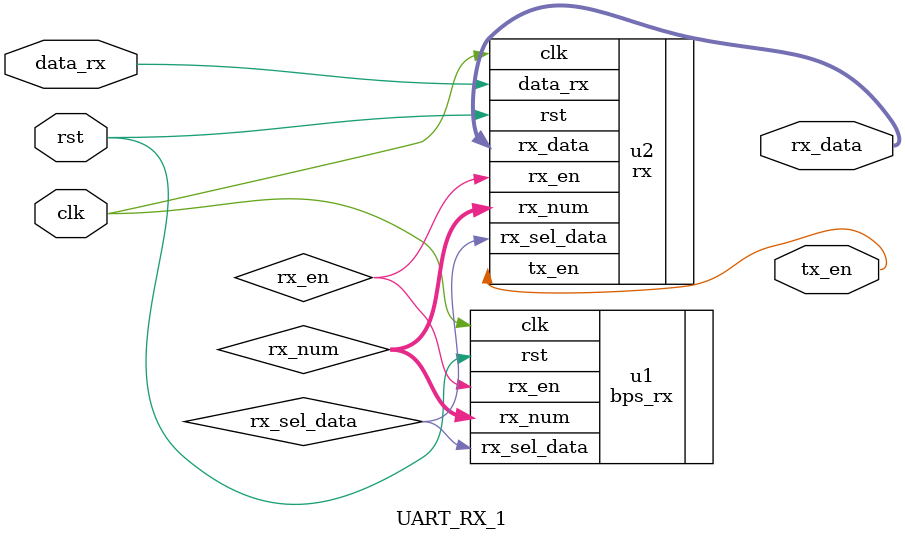
<source format=v>
`timescale 1ns / 1ps

module UART_RX_1(
	input clk,
	input rst,
	input data_rx,
	output tx_en,
	output [7:0] rx_data
    );

	wire rx_en;
	wire rx_sel_data;
	wire [3:0] rx_num;

	bps_rx u1(
	.clk(clk),
	.rst(rst),
	.rx_en(rx_en),
	
	.rx_sel_data(rx_sel_data),   //²¨ÌØÂÊµÄ¼ÆÊýµÄÖÐÐÄµã£¨²É¼¯Êý¾ÝµÄÊ¹ÄÜÐÅºÅ£©
	.rx_num(rx_num)   //Ò»Ö¡Êý¾Ý0~9
    );
	
	rx u2(
	.clk(clk),
	.rst(rst),
	.data_rx(data_rx),
	.rx_num(rx_num),
	.rx_sel_data(rx_sel_data),
	
	.rx_en(rx_en),
	.tx_en(tx_en),
	.rx_data(rx_data)
    );

endmodule

</source>
